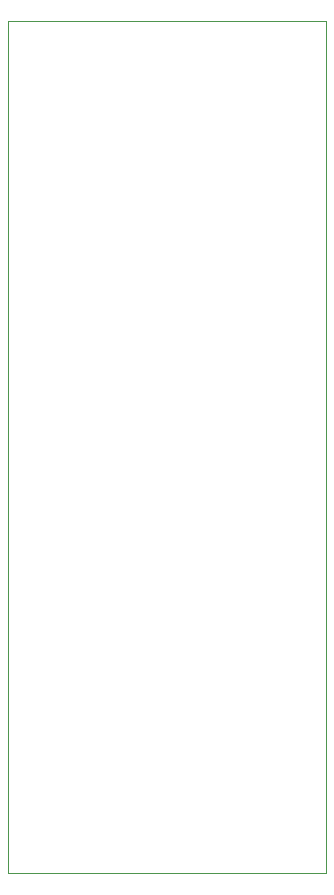
<source format=gbr>
%TF.GenerationSoftware,KiCad,Pcbnew,(5.1.9-16-g1737927814)-1*%
%TF.CreationDate,2021-07-07T15:11:55-05:00*%
%TF.ProjectId,bluepill_scsi,626c7565-7069-46c6-9c5f-736373692e6b,rev?*%
%TF.SameCoordinates,Original*%
%TF.FileFunction,Profile,NP*%
%FSLAX46Y46*%
G04 Gerber Fmt 4.6, Leading zero omitted, Abs format (unit mm)*
G04 Created by KiCad (PCBNEW (5.1.9-16-g1737927814)-1) date 2021-07-07 15:11:55*
%MOMM*%
%LPD*%
G01*
G04 APERTURE LIST*
%TA.AperFunction,Profile*%
%ADD10C,0.050000*%
%TD*%
G04 APERTURE END LIST*
D10*
X113538000Y-148475700D02*
X86664800Y-148475700D01*
X113538000Y-76314300D02*
X86664800Y-76314300D01*
X113538000Y-148475700D02*
X113538000Y-76314300D01*
X86664800Y-148475700D02*
X86664800Y-76314300D01*
M02*

</source>
